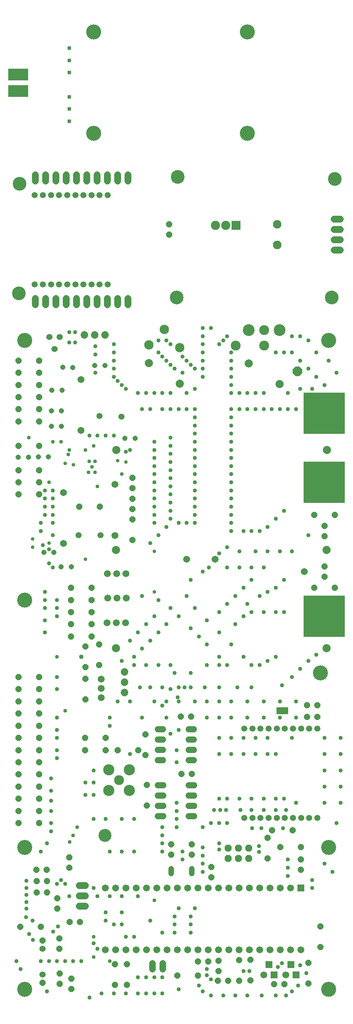
<source format=gbr>
G04 EAGLE Gerber X2 export*
G75*
%MOMM*%
%FSLAX34Y34*%
%LPD*%
%AMOC8*
5,1,8,0,0,1.08239X$1,22.5*%
G01*
%ADD10C,3.703200*%
%ADD11C,3.378200*%
%ADD12R,4.900000X2.950000*%
%ADD13R,4.900000X2.900000*%
%ADD14P,1.649562X8X112.500000*%
%ADD15P,1.649562X8X202.500000*%
%ADD16P,1.649562X8X292.500000*%
%ADD17P,1.649562X8X22.500000*%
%ADD18C,1.320800*%
%ADD19R,1.701800X1.701800*%
%ADD20C,1.701800*%
%ADD21C,1.524000*%
%ADD22C,1.727200*%
%ADD23C,1.524000*%
%ADD24C,3.203200*%
%ADD25C,1.511200*%
%ADD26C,1.311200*%
%ADD27C,1.711200*%
%ADD28C,2.303200*%
%ADD29C,2.003200*%
%ADD30C,1.853200*%
%ADD31C,2.453200*%
%ADD32C,2.903200*%
%ADD33P,2.492961X8X202.500000*%
%ADD34P,1.869504X8X22.500000*%
%ADD35C,2.753200*%
%ADD36R,1.371600X1.803400*%
%ADD37R,0.152400X1.828800*%
%ADD38R,10.203200X10.203200*%
%ADD39R,2.260600X2.260600*%
%ADD40C,2.260600*%
%ADD41C,2.108200*%
%ADD42P,2.281895X8X292.500000*%
%ADD43C,1.625600*%
%ADD44C,0.959600*%
%ADD45C,0.909600*%
%ADD46C,1.009600*%
%ADD47C,1.703200*%
%ADD48C,1.109600*%
%ADD49R,0.959600X0.959600*%


D10*
X800000Y400000D03*
X780000Y830000D03*
X50000Y50000D03*
X800000Y1650000D03*
X50000Y1650000D03*
X50000Y1010000D03*
X50000Y400000D03*
X800000Y50000D03*
D11*
X37900Y2035400D03*
X808000Y1755400D03*
X815500Y2047900D03*
X35400Y1765400D03*
X427950Y2052900D03*
X425450Y1755400D03*
D12*
X34500Y2305250D03*
D13*
X34500Y2264500D03*
D10*
X220000Y2410000D03*
X220000Y2160000D03*
X600000Y2160000D03*
X600000Y2410000D03*
D14*
X510500Y326700D03*
X510500Y352100D03*
D15*
X503300Y118800D03*
X477900Y118800D03*
D16*
X528700Y120300D03*
X528700Y94900D03*
D14*
X411700Y382500D03*
X411700Y407900D03*
X462500Y382500D03*
X462500Y407900D03*
D17*
X427100Y84360D03*
X477900Y84360D03*
D18*
X462500Y336112D02*
X462500Y347288D01*
X411700Y347288D02*
X411700Y336112D01*
D19*
X731900Y300100D03*
D20*
X706500Y300100D03*
X681100Y300100D03*
X655700Y300100D03*
X630300Y300100D03*
X604900Y300100D03*
X579500Y300100D03*
X554100Y300100D03*
X528700Y300100D03*
X503300Y300100D03*
X477900Y300100D03*
X452500Y300100D03*
X427100Y300100D03*
X401700Y300100D03*
X376300Y300100D03*
X350900Y300100D03*
X325500Y300100D03*
X300100Y300100D03*
X274700Y300100D03*
X249300Y300100D03*
X249300Y147700D03*
X274700Y147700D03*
X300100Y147700D03*
X325500Y147700D03*
X350900Y147700D03*
X376300Y147700D03*
X401700Y147700D03*
X427100Y147700D03*
X452500Y147700D03*
X477900Y147700D03*
X503300Y147700D03*
X528700Y147700D03*
X554100Y147700D03*
X579500Y147700D03*
X604900Y147700D03*
X630300Y147700D03*
X655700Y147700D03*
X681100Y147700D03*
X706500Y147700D03*
X731900Y147700D03*
D16*
X273100Y111800D03*
X273100Y61000D03*
X302200Y111800D03*
X302200Y61000D03*
D21*
X379096Y553300D02*
X392304Y553300D01*
X392304Y527900D02*
X379096Y527900D01*
X379096Y502500D02*
X392304Y502500D01*
X392304Y477100D02*
X379096Y477100D01*
X455296Y477100D02*
X468504Y477100D01*
X468504Y502500D02*
X455296Y502500D01*
X455296Y527900D02*
X468504Y527900D01*
X468504Y553300D02*
X455296Y553300D01*
D15*
X462500Y581050D03*
X437100Y581050D03*
D22*
X200320Y255600D02*
X185080Y255600D01*
X185080Y281000D02*
X200320Y281000D01*
X200320Y306400D02*
X185080Y306400D01*
D14*
X649700Y373200D03*
X649700Y424000D03*
D16*
X130860Y275120D03*
X130860Y249720D03*
D17*
X79600Y289200D03*
X105000Y289200D03*
X79600Y317020D03*
X105000Y317020D03*
X79330Y344840D03*
X104730Y344840D03*
X39600Y204300D03*
X90400Y204300D03*
D16*
X165240Y76700D03*
X165240Y51300D03*
X136190Y89240D03*
X136190Y63840D03*
X94580Y66110D03*
D23*
X94580Y86430D03*
D14*
X93950Y170960D03*
D23*
X93950Y150640D03*
D14*
X135750Y150100D03*
X135750Y175500D03*
D17*
X160850Y215980D03*
X186250Y215980D03*
D24*
X248700Y429300D03*
D16*
X160080Y375290D03*
X160080Y349890D03*
D25*
X772200Y693000D03*
X752200Y693000D03*
X732200Y693000D03*
X712200Y693000D03*
X692200Y693000D03*
X672200Y693000D03*
X652200Y693000D03*
X632200Y693000D03*
X612200Y693000D03*
X592200Y693000D03*
X592200Y473000D03*
X612200Y473000D03*
X632200Y473000D03*
X652200Y473000D03*
X672200Y473000D03*
X692200Y473000D03*
X712200Y473000D03*
X732200Y473000D03*
X752200Y473000D03*
X772200Y473000D03*
D15*
X772100Y721400D03*
X746700Y721400D03*
X772100Y750500D03*
X746700Y750500D03*
D20*
X694200Y86200D03*
D19*
X706900Y111600D03*
X719600Y86200D03*
D16*
X351400Y553880D03*
X351400Y503080D03*
D15*
X711550Y441980D03*
X660750Y441980D03*
D26*
X108806Y1362430D03*
X83806Y1362430D03*
X59508Y1361728D03*
X34508Y1361728D03*
X248012Y1587798D03*
X223012Y1588298D03*
D25*
X234909Y1463107D03*
X288891Y1461693D03*
D27*
X189230Y1553508D03*
X189230Y1427508D03*
D26*
X169042Y1582970D03*
X144042Y1583470D03*
X116050Y1476450D03*
X141050Y1476450D03*
X141026Y1437946D03*
X116026Y1437946D03*
D27*
X273122Y1168826D03*
X273122Y1294826D03*
X145694Y1274934D03*
X145694Y1148934D03*
D26*
X140130Y1091960D03*
X165130Y1091460D03*
D28*
X432500Y1632000D03*
X356300Y1638350D03*
X394400Y1676500D03*
D29*
X432500Y1543100D03*
X356300Y1593900D03*
D30*
X223200Y1663200D03*
X197800Y1663200D03*
X248600Y1663200D03*
D31*
X641050Y1637400D03*
X641050Y1675500D03*
X571250Y1637400D03*
D32*
X602950Y1675500D03*
X679150Y1675500D03*
D29*
X679150Y1542100D03*
X602950Y1592900D03*
D33*
X723550Y1573800D03*
D23*
X136300Y1658300D03*
X123600Y1628300D03*
X110900Y1658300D03*
D14*
X316000Y1285300D03*
X316000Y1310700D03*
D34*
X552400Y372900D03*
X552400Y398300D03*
X577800Y372900D03*
X577800Y398300D03*
X603200Y372900D03*
X603200Y398300D03*
D17*
X665400Y62900D03*
X690800Y62900D03*
D16*
X607600Y123300D03*
X607600Y72500D03*
D14*
X579500Y71500D03*
X579500Y122300D03*
D15*
X552100Y71500D03*
X526700Y71500D03*
D35*
X257740Y591560D03*
X257740Y540760D03*
X308540Y540760D03*
X308540Y591560D03*
D31*
X283140Y566160D03*
D20*
X640700Y86200D03*
D19*
X653400Y111600D03*
X666100Y86200D03*
D14*
X731580Y344710D03*
X731580Y370110D03*
D15*
X731520Y400580D03*
X680720Y400580D03*
D27*
X278000Y1015100D03*
X301000Y1015100D03*
X255000Y1015100D03*
X277000Y1074700D03*
X300000Y1074700D03*
X254000Y1074700D03*
X276000Y953500D03*
X253000Y953500D03*
X299000Y953500D03*
D29*
X795300Y1132900D03*
X275300Y1132900D03*
X795500Y890900D03*
X275500Y890900D03*
X796000Y1379400D03*
X276000Y1379400D03*
D21*
X378296Y691100D02*
X391504Y691100D01*
X391504Y665700D02*
X378296Y665700D01*
X378296Y640300D02*
X391504Y640300D01*
X391504Y614900D02*
X378296Y614900D01*
X454496Y614900D02*
X467704Y614900D01*
X467704Y640300D02*
X454496Y640300D01*
X454496Y665700D02*
X467704Y665700D01*
X467704Y691100D02*
X454496Y691100D01*
D15*
X460700Y723000D03*
X435300Y723000D03*
D16*
X348000Y678400D03*
X348000Y627600D03*
D36*
X678380Y737000D03*
X693620Y737000D03*
D37*
X686000Y737000D03*
D17*
X34600Y1570000D03*
X85400Y1570000D03*
D15*
X85400Y1540000D03*
X34600Y1540000D03*
D17*
X34600Y1600000D03*
X85400Y1600000D03*
D15*
X85400Y460000D03*
X34600Y460000D03*
X85400Y550000D03*
X34600Y550000D03*
X85400Y580000D03*
X34600Y580000D03*
X85400Y820000D03*
X34600Y820000D03*
X85400Y790000D03*
X34600Y790000D03*
X85400Y760000D03*
X34600Y760000D03*
X85400Y730000D03*
X34600Y730000D03*
X85400Y700000D03*
X34600Y700000D03*
X85400Y670000D03*
X34600Y670000D03*
X85400Y640000D03*
X34600Y640000D03*
X85400Y610000D03*
X34600Y610000D03*
X85400Y520000D03*
X34600Y520000D03*
X85400Y490000D03*
X34600Y490000D03*
D30*
X297000Y807000D03*
X297000Y781600D03*
X297000Y832400D03*
D27*
X239000Y792000D03*
X239000Y769000D03*
X239000Y815000D03*
D16*
X200000Y895400D03*
X200000Y844600D03*
X780000Y205400D03*
X780000Y154600D03*
X750000Y115400D03*
X750000Y64600D03*
X200000Y815400D03*
X200000Y764600D03*
D26*
X322500Y1408000D03*
X297500Y1408000D03*
D14*
X234000Y849600D03*
X234000Y900400D03*
D17*
X164600Y950000D03*
X215400Y950000D03*
X164600Y920000D03*
X215400Y920000D03*
X164600Y1010000D03*
X215400Y1010000D03*
X164600Y1040000D03*
X215400Y1040000D03*
D15*
X215400Y980000D03*
X164600Y980000D03*
D25*
X237000Y1170000D03*
X183000Y1170000D03*
D26*
X122500Y1127000D03*
X97500Y1127000D03*
X142500Y1527000D03*
X117500Y1527000D03*
D17*
X34600Y1390000D03*
X85400Y1390000D03*
X34600Y1330000D03*
X85400Y1330000D03*
X34600Y1300000D03*
X85400Y1300000D03*
D15*
X85400Y1270000D03*
X34600Y1270000D03*
D17*
X34600Y1450000D03*
X85400Y1450000D03*
D15*
X85400Y1510000D03*
X34600Y1510000D03*
D17*
X34600Y1480000D03*
X85400Y1480000D03*
D16*
X316000Y1208400D03*
X316000Y1157600D03*
D14*
X316000Y1234300D03*
X316000Y1259700D03*
D15*
X235400Y1240000D03*
X184600Y1240000D03*
X250400Y670000D03*
X199600Y670000D03*
D38*
X789000Y1470000D03*
X789000Y970000D03*
X789000Y1300000D03*
D16*
X790000Y1092700D03*
X790000Y1067300D03*
X790000Y1192700D03*
X790000Y1167300D03*
D17*
X199600Y640000D03*
X250400Y640000D03*
X279600Y640000D03*
X330400Y640000D03*
X764600Y1040000D03*
X815400Y1040000D03*
D15*
X815400Y1220000D03*
X764600Y1220000D03*
D25*
X75100Y1787800D03*
X95100Y1787800D03*
X115100Y1787800D03*
X135100Y1787800D03*
X155100Y1787800D03*
X175100Y1787800D03*
X195100Y1787800D03*
X215100Y1787800D03*
X235100Y1787800D03*
X255100Y1787800D03*
X255100Y2007800D03*
X235100Y2007800D03*
X215100Y2007800D03*
X195100Y2007800D03*
X175100Y2007800D03*
X155100Y2007800D03*
X135100Y2007800D03*
X115100Y2007800D03*
X95100Y2007800D03*
X75100Y2007800D03*
D39*
X571500Y1933360D03*
D40*
X546100Y1933360D03*
X520700Y1933360D03*
D22*
X813880Y1872400D02*
X829120Y1872400D01*
X829120Y1897800D02*
X813880Y1897800D01*
X813880Y1923200D02*
X829120Y1923200D01*
X829120Y1948600D02*
X813880Y1948600D01*
D16*
X406400Y1935900D03*
X406400Y1910500D03*
D41*
X673100Y1935900D03*
D42*
X673100Y1885100D03*
D22*
X76200Y1753020D02*
X76200Y1737780D01*
X101600Y1737780D02*
X101600Y1753020D01*
X127000Y1753020D02*
X127000Y1737780D01*
X152400Y1737780D02*
X152400Y1753020D01*
X177800Y1753020D02*
X177800Y1737780D01*
X203200Y1737780D02*
X203200Y1753020D01*
X228600Y1753020D02*
X228600Y1737780D01*
X254000Y1737780D02*
X254000Y1753020D01*
X279400Y1753020D02*
X279400Y1737780D01*
X304800Y1737780D02*
X304800Y1753020D01*
X304800Y2042580D02*
X304800Y2057820D01*
X279400Y2057820D02*
X279400Y2042580D01*
X254000Y2042580D02*
X254000Y2057820D01*
X228600Y2057820D02*
X228600Y2042580D01*
X203200Y2042580D02*
X203200Y2057820D01*
X177800Y2057820D02*
X177800Y2042580D01*
X152400Y2042580D02*
X152400Y2057820D01*
X127000Y2057820D02*
X127000Y2042580D01*
X101600Y2042580D02*
X101600Y2057820D01*
X76200Y2057820D02*
X76200Y2042580D01*
D43*
X390200Y114612D02*
X390200Y100388D01*
X364800Y100388D02*
X364800Y114612D01*
D44*
X150000Y737000D03*
D45*
X110000Y1150000D03*
X70000Y1160000D03*
D46*
X570000Y35000D03*
X540000Y35000D03*
X510000Y35000D03*
X490000Y45000D03*
X510000Y75000D03*
X500000Y85000D03*
X590000Y95000D03*
X605000Y95000D03*
X600000Y35000D03*
X635000Y35000D03*
X670000Y35000D03*
X695000Y35000D03*
X710000Y45000D03*
X725000Y60000D03*
X745000Y90000D03*
X730000Y110000D03*
X685000Y115000D03*
X675000Y105000D03*
X500000Y100000D03*
X480000Y60000D03*
D44*
X260000Y120000D03*
X220000Y180000D03*
D46*
X750000Y1170000D03*
X710000Y1130000D03*
X420000Y830000D03*
X410000Y790000D03*
D44*
X161000Y414000D03*
X290000Y1320000D03*
X120000Y1400000D03*
X160000Y1380000D03*
X200000Y1380000D03*
X140000Y1400000D03*
X220000Y1390000D03*
X230000Y1290000D03*
D45*
X370000Y1030000D03*
X370000Y1130000D03*
X200000Y1110000D03*
X70000Y1140000D03*
D44*
X180000Y450000D03*
X130000Y870000D03*
X110000Y1300000D03*
X158000Y1369000D03*
X220000Y130000D03*
D46*
X70000Y220000D03*
D44*
X209000Y1352000D03*
X224000Y1352000D03*
X224000Y1325000D03*
X216000Y1338000D03*
X208000Y1325000D03*
D45*
X279700Y1353200D03*
X300000Y1350000D03*
X170500Y1342900D03*
X150400Y1346500D03*
D46*
X611500Y447500D03*
X634000Y447100D03*
X628500Y403700D03*
X628700Y389200D03*
X110000Y120000D03*
X220500Y163500D03*
X130000Y120000D03*
X150000Y120000D03*
X170000Y120000D03*
X190000Y120000D03*
X230000Y150000D03*
X54300Y317700D03*
X54600Y283600D03*
X54600Y300200D03*
X54300Y265800D03*
X54300Y249500D03*
X54000Y228500D03*
X61300Y187000D03*
X70300Y172700D03*
X120800Y192900D03*
X132200Y205400D03*
X130000Y310000D03*
X150000Y310000D03*
X160000Y280000D03*
X220000Y300000D03*
X230000Y280000D03*
X260000Y280000D03*
X290000Y280000D03*
X330000Y280000D03*
X270000Y210000D03*
X290000Y210000D03*
X300000Y180000D03*
X320000Y180000D03*
X360000Y220000D03*
X430000Y250000D03*
X420000Y230000D03*
X420000Y190000D03*
X390000Y190000D03*
X700000Y370000D03*
X700000Y350000D03*
X700000Y330000D03*
X460000Y230000D03*
X470000Y250000D03*
X460000Y190000D03*
X460000Y210000D03*
X790000Y360000D03*
X810000Y340000D03*
X760000Y320000D03*
X760000Y300000D03*
X425000Y510000D03*
X425000Y490000D03*
X425000Y470000D03*
X425000Y450000D03*
X390000Y450000D03*
X390000Y430000D03*
X390000Y410000D03*
X390000Y390000D03*
X440000Y390000D03*
X440000Y370000D03*
X490000Y400000D03*
X490000Y380000D03*
X530000Y410000D03*
X530000Y395000D03*
X490000Y360000D03*
X490000Y340000D03*
X220000Y470000D03*
X250000Y470000D03*
X290000Y470000D03*
X320000Y470000D03*
X320000Y390000D03*
X290000Y390000D03*
X260000Y390000D03*
X220000Y530000D03*
X200000Y530000D03*
X220000Y560000D03*
X200000Y560000D03*
X220000Y590000D03*
X310000Y630000D03*
X115000Y570000D03*
X115000Y540000D03*
X115000Y515000D03*
X115000Y490000D03*
X115000Y460000D03*
X115000Y440000D03*
X105000Y410000D03*
X90000Y390000D03*
X130000Y620000D03*
X130000Y640000D03*
X130000Y670000D03*
X130000Y690000D03*
X490000Y450000D03*
X510000Y460000D03*
X530000Y460000D03*
X550000Y460000D03*
X687500Y447500D03*
X695000Y492500D03*
X670000Y492500D03*
X640000Y492500D03*
X610000Y492500D03*
X582500Y492500D03*
X547500Y492500D03*
X532500Y492500D03*
X517500Y492500D03*
X530000Y520000D03*
X550000Y520000D03*
X580000Y520000D03*
X610000Y520000D03*
X640000Y520000D03*
X670000Y520000D03*
X690000Y520000D03*
X720000Y510000D03*
X390000Y80000D03*
X370000Y80000D03*
X350000Y80000D03*
X330000Y80000D03*
X430000Y50000D03*
X390000Y40000D03*
X370000Y40000D03*
X350000Y40000D03*
X330000Y40000D03*
X300000Y40000D03*
X270000Y40000D03*
X240000Y40000D03*
X210000Y30000D03*
X430000Y690000D03*
X410000Y680000D03*
X425000Y640000D03*
X425000Y610000D03*
X530000Y670000D03*
X560000Y670000D03*
X590000Y670000D03*
X620000Y670000D03*
X650000Y670000D03*
X710000Y670000D03*
X670000Y630000D03*
X650000Y630000D03*
X590000Y630000D03*
X530000Y630000D03*
X620000Y630000D03*
X560000Y630000D03*
X790000Y670000D03*
X830000Y670000D03*
X830000Y630000D03*
X790000Y630000D03*
X790000Y590000D03*
X830000Y590000D03*
X830000Y550000D03*
X790000Y550000D03*
X830000Y510000D03*
X790000Y510000D03*
X820000Y460000D03*
X260000Y720000D03*
X260000Y700000D03*
X280000Y760000D03*
X310000Y760000D03*
X370000Y760000D03*
X400000Y760000D03*
X400000Y720000D03*
X390000Y795000D03*
X360000Y795000D03*
X335000Y795000D03*
X290000Y860000D03*
X320000Y850000D03*
X350000Y850000D03*
X380000Y850000D03*
X410000Y850000D03*
X430000Y795000D03*
X430000Y760000D03*
X470000Y760000D03*
X460000Y795000D03*
X500000Y850000D03*
X495000Y795000D03*
X500000Y760000D03*
X500000Y720000D03*
X530000Y720000D03*
X530000Y760000D03*
X530000Y795000D03*
X530000Y850000D03*
X550000Y850000D03*
X575000Y795000D03*
X560000Y760000D03*
X560000Y720000D03*
X610000Y850000D03*
X630000Y850000D03*
X610000Y795000D03*
X685000Y800000D03*
X650000Y860000D03*
X670000Y870000D03*
X710000Y820000D03*
X730000Y840000D03*
X750000Y860000D03*
X770000Y875000D03*
X590000Y870000D03*
X530000Y870000D03*
X560000Y900000D03*
X530000Y930000D03*
X500000Y900000D03*
X480000Y920000D03*
X500000Y960000D03*
X470000Y990000D03*
X460000Y940000D03*
X430000Y970000D03*
X450000Y1020000D03*
X410000Y990000D03*
X380000Y1010000D03*
X340000Y1020000D03*
X460000Y1060000D03*
X490000Y1080000D03*
X505000Y1090000D03*
X530000Y1125000D03*
X550000Y1140000D03*
X560000Y1180000D03*
X560000Y1200000D03*
X560000Y1220000D03*
X560000Y1240000D03*
X560000Y1260000D03*
X560000Y1300000D03*
X560000Y1280000D03*
X360000Y1150000D03*
X380000Y1170000D03*
X400000Y1190000D03*
X430000Y1200000D03*
X450000Y1200000D03*
X470000Y1200000D03*
X470000Y1220000D03*
X470000Y1240000D03*
X470000Y1260000D03*
X470000Y1280000D03*
X470000Y1300000D03*
X470000Y1320000D03*
X560000Y1320000D03*
X560000Y1340000D03*
X560000Y1360000D03*
X560000Y1380000D03*
X560000Y1400000D03*
X560000Y1420000D03*
X560000Y1440000D03*
X560000Y1460000D03*
X560000Y1480000D03*
X470000Y1480000D03*
X470000Y1460000D03*
X470000Y1440000D03*
X470000Y1420000D03*
X470000Y1400000D03*
X470000Y1380000D03*
X470000Y1360000D03*
X470000Y1340000D03*
X340000Y1480000D03*
X360000Y1480000D03*
X390000Y1480000D03*
X410000Y1480000D03*
X430000Y1480000D03*
X450000Y1480000D03*
X580000Y1480000D03*
X600000Y1480000D03*
X720000Y720000D03*
X720000Y760000D03*
X680000Y760000D03*
X680000Y720000D03*
X640000Y720000D03*
X600000Y720000D03*
X600000Y760000D03*
X640000Y760000D03*
X620000Y1480000D03*
X640000Y1480000D03*
X660000Y1480000D03*
X680000Y1480000D03*
X700000Y1480000D03*
X720000Y1480000D03*
X710000Y1660000D03*
X700000Y1520000D03*
X640000Y1520000D03*
X620000Y1520000D03*
X600000Y1520000D03*
X580000Y1520000D03*
X560000Y1520000D03*
X560000Y1540000D03*
X560000Y1560000D03*
X560000Y1580000D03*
X560000Y1600000D03*
X560000Y1620000D03*
X670000Y1620000D03*
X690000Y1620000D03*
X710000Y1620000D03*
X730000Y1660000D03*
X750000Y1650000D03*
X770000Y1620000D03*
X800000Y1600000D03*
X820000Y1570000D03*
X790000Y1540000D03*
X770000Y1560000D03*
X750000Y1580000D03*
X730000Y1600000D03*
X730000Y1530000D03*
X760000Y1530000D03*
X530000Y1640000D03*
X540000Y1650000D03*
X550000Y1660000D03*
X510000Y1680000D03*
X490000Y1680000D03*
X490000Y1660000D03*
X490000Y1640000D03*
X490000Y1620000D03*
X490000Y1600000D03*
X490000Y1580000D03*
X490000Y1560000D03*
X470000Y1530000D03*
X450000Y1520000D03*
X410000Y1520000D03*
X390000Y1520000D03*
X370000Y1520000D03*
X350000Y1520000D03*
X330000Y1520000D03*
X300000Y1530000D03*
X290000Y1540000D03*
X280000Y1550000D03*
X270000Y1560000D03*
X160000Y1670000D03*
X175000Y1670000D03*
X175000Y1645000D03*
X160000Y1645000D03*
X225000Y1635000D03*
X225000Y1615000D03*
X270000Y1640000D03*
X270000Y1620000D03*
X270000Y1600000D03*
X270000Y1580000D03*
X225000Y1570000D03*
X250000Y240000D03*
X290000Y240000D03*
X420000Y210000D03*
X210000Y1415000D03*
X230000Y1415000D03*
X250000Y1415000D03*
X270000Y1415000D03*
X310000Y1380000D03*
X300000Y1375000D03*
X100000Y1030000D03*
X100000Y1010000D03*
X130000Y1010000D03*
X130000Y990000D03*
X100000Y990000D03*
X100000Y960000D03*
X130000Y970000D03*
X100000Y930000D03*
X130000Y820000D03*
X130000Y790000D03*
X120000Y1170000D03*
X90000Y1180000D03*
X90000Y1200000D03*
X120000Y1200000D03*
X120000Y1220000D03*
X100000Y1220000D03*
X120000Y1240000D03*
X100000Y1240000D03*
X120000Y1260000D03*
X100000Y1260000D03*
X100000Y1280000D03*
X120000Y1280000D03*
X95000Y1145000D03*
X110000Y1135000D03*
X110000Y1100000D03*
X120000Y1090000D03*
X30000Y120000D03*
X40000Y100000D03*
X90000Y120000D03*
X105000Y45000D03*
X410000Y1210000D03*
X410000Y1230000D03*
X410000Y1250000D03*
X410000Y1270000D03*
X410000Y1290000D03*
X410000Y1310000D03*
X410000Y1410000D03*
X410000Y1390000D03*
X410000Y1370000D03*
X410000Y1350000D03*
X410000Y1330000D03*
X370000Y1200000D03*
X370000Y1220000D03*
X370000Y1240000D03*
X370000Y1260000D03*
X370000Y1280000D03*
X370000Y1300000D03*
X370000Y1400000D03*
X370000Y1380000D03*
X370000Y1360000D03*
X370000Y1340000D03*
X370000Y1320000D03*
X580000Y1130000D03*
X620000Y1130000D03*
X650000Y1130000D03*
X680000Y1130000D03*
X640000Y1090000D03*
X580000Y1090000D03*
X550000Y1090000D03*
X590000Y1180000D03*
X610000Y1180000D03*
X630000Y1180000D03*
X650000Y1190000D03*
X670000Y1210000D03*
X690000Y1230000D03*
X380000Y1650000D03*
X400000Y1650000D03*
X410000Y1640000D03*
X440000Y1610000D03*
X450000Y1600000D03*
X460000Y1590000D03*
X470000Y1580000D03*
X420000Y1580000D03*
X440000Y1570000D03*
X410000Y1590000D03*
X400000Y1600000D03*
X390000Y1610000D03*
X380000Y1620000D03*
X610000Y1090000D03*
X610000Y1060000D03*
X590000Y1040000D03*
X570000Y1020000D03*
X550000Y1000000D03*
X530000Y980000D03*
X570000Y950000D03*
X590000Y970000D03*
X610000Y980000D03*
X640000Y980000D03*
X670000Y980000D03*
X690000Y980000D03*
X690000Y1060000D03*
X670000Y1040000D03*
X650000Y1030000D03*
X630000Y1020000D03*
X370000Y970000D03*
X400000Y950000D03*
X380000Y930000D03*
X360000Y910000D03*
X340000Y890000D03*
X320000Y870000D03*
X350000Y950000D03*
X330000Y930000D03*
X310000Y910000D03*
D47*
X450000Y1110000D03*
X740000Y1080000D03*
X520000Y1110000D03*
D44*
X170000Y430000D03*
X370000Y270000D03*
X60000Y1410000D03*
D48*
X190000Y870000D03*
D46*
X130000Y720000D03*
X600000Y1000000D03*
X460000Y830000D03*
X445000Y795000D03*
X428000Y770412D03*
X390000Y750000D03*
X340000Y720000D03*
X250000Y220000D03*
X140000Y320000D03*
D49*
X160000Y2250000D03*
X160000Y2310000D03*
X160000Y2340000D03*
X160000Y2370000D03*
X160000Y2220000D03*
X160000Y2190000D03*
M02*

</source>
